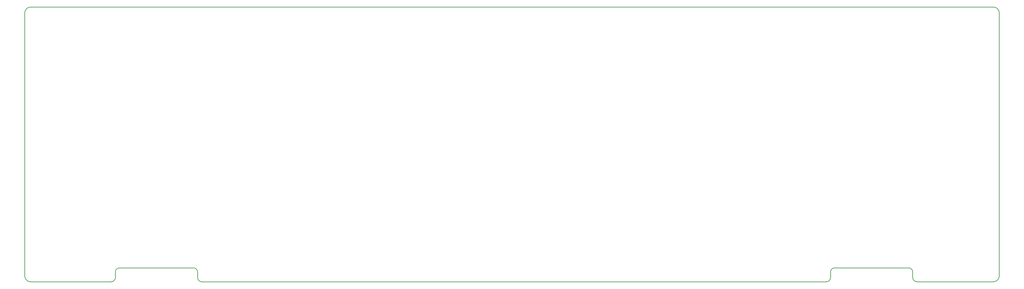
<source format=gbr>
%TF.GenerationSoftware,KiCad,Pcbnew,(6.0.7)*%
%TF.CreationDate,2023-01-25T01:57:20+01:00*%
%TF.ProjectId,william,77696c6c-6961-46d2-9e6b-696361645f70,rev?*%
%TF.SameCoordinates,Original*%
%TF.FileFunction,Profile,NP*%
%FSLAX46Y46*%
G04 Gerber Fmt 4.6, Leading zero omitted, Abs format (unit mm)*
G04 Created by KiCad (PCBNEW (6.0.7)) date 2023-01-25 01:57:20*
%MOMM*%
%LPD*%
G01*
G04 APERTURE LIST*
%TA.AperFunction,Profile*%
%ADD10C,0.200000*%
%TD*%
G04 APERTURE END LIST*
D10*
X257746500Y-107950000D02*
X237553500Y-107950000D01*
X235267500Y-111760000D02*
G75*
G03*
X236410500Y-110617000I0J1143000D01*
G01*
X258889500Y-110617000D02*
G75*
G03*
X260032500Y-111760000I1143000J0D01*
G01*
X260032500Y-111760000D02*
X281051000Y-111760000D01*
X236410500Y-109093000D02*
X236410500Y-110617000D01*
X17467615Y-36517618D02*
X281051795Y-36512968D01*
X258889500Y-109093000D02*
X258889500Y-110617000D01*
X281051000Y-111760000D02*
G75*
G03*
X282575000Y-110236000I-65200J1589200D01*
G01*
X237553500Y-107950000D02*
G75*
G03*
X236410500Y-109093000I0J-1143000D01*
G01*
X64308223Y-111760000D02*
X235267500Y-111760000D01*
X258889500Y-109093000D02*
G75*
G03*
X257746500Y-107950000I-1143000J0D01*
G01*
X63165200Y-110617000D02*
G75*
G03*
X64308223Y-111760000I1143000J0D01*
G01*
X63165200Y-109093000D02*
G75*
G03*
X62022223Y-107950000I-1143000J0D01*
G01*
X40686223Y-109093000D02*
X40686223Y-110617000D01*
X39543223Y-111760023D02*
G75*
G03*
X40686223Y-110617000I-23J1143023D01*
G01*
X39543223Y-111760000D02*
X17462500Y-111760000D01*
X282575734Y-38100468D02*
G75*
G03*
X281051795Y-36512968I-1588234J568D01*
G01*
X17467615Y-36517615D02*
G75*
G03*
X15880115Y-38105118I-5115J-1582385D01*
G01*
X62022223Y-107950000D02*
X41829223Y-107950000D01*
X282575795Y-38100468D02*
X282575000Y-110236000D01*
X15875000Y-110236000D02*
X15880115Y-38105118D01*
X15875046Y-110235998D02*
G75*
G03*
X17462500Y-111760000I1588054J65398D01*
G01*
X63165223Y-109093000D02*
X63165223Y-110617000D01*
X41829223Y-107950023D02*
G75*
G03*
X40686223Y-109093000I-23J-1142977D01*
G01*
M02*

</source>
